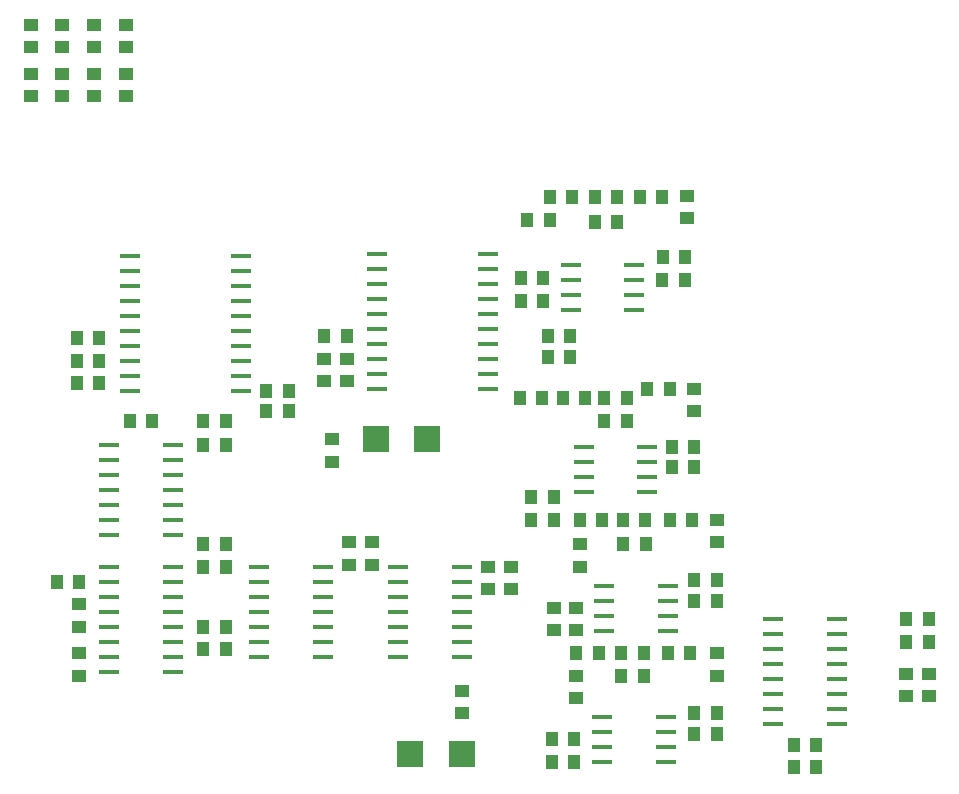
<source format=gbr>
G04 DipTrace 3.3.1.3*
G04 TopPaste.gbr*
%MOIN*%
G04 #@! TF.FileFunction,Paste,Top*
G04 #@! TF.Part,Single*
%ADD41R,0.07086X0.015742*%
%ADD59R,0.086608X0.086608*%
%ADD61R,0.043301X0.051175*%
%ADD63R,0.051175X0.043301*%
%FSLAX26Y26*%
G04*
G70*
G90*
G75*
G01*
G04 TopPaste*
%LPD*%
D63*
X1176462Y1457507D3*
Y1532310D3*
D61*
X1663962Y2226258D3*
X1589159D3*
X1663962Y2307507D3*
X1589159D3*
D63*
X2538962Y1745008D3*
Y1819812D3*
X2613962Y1745008D3*
Y1819812D3*
D61*
X1663962Y1820008D3*
X1589159D3*
X1663962Y1895008D3*
X1589159D3*
D63*
X2076462Y1826258D3*
Y1901061D3*
X2151462Y1826258D3*
Y1901061D3*
X1176462Y1620008D3*
Y1694812D3*
X2451462Y1407507D3*
Y1332704D3*
X2020213Y2170008D3*
Y2244812D3*
D61*
X1167752Y2432508D3*
X1242556D3*
X1167752Y2507508D3*
X1242556D3*
X1874002Y2407508D3*
X1799199D3*
X1874002Y2338756D3*
X1799199D3*
D63*
X2067752Y2438758D3*
Y2513561D3*
X1992752Y2438758D3*
Y2513561D3*
D61*
X2649003Y2707508D3*
X2723806D3*
X2649003Y2782508D3*
X2723806D3*
X2970263Y2970008D3*
X2895460D3*
X3195263Y2776258D3*
X3120460D3*
X3196995Y2851258D3*
X3122192D3*
X2738964Y2588758D3*
X2813767D3*
X2738964Y2520008D3*
X2813767D3*
D63*
X3201512Y2982508D3*
Y3057312D3*
D61*
X3001512Y2307507D3*
X2926709D3*
X3226512Y2151258D3*
X3151709D3*
X3226512Y2220008D3*
X3151709D3*
X2757763Y2051258D3*
X2682960D3*
X2757763Y1976258D3*
X2682960D3*
D63*
X3226512Y2338758D3*
Y2413561D3*
D61*
X3063914Y1895008D3*
X2989111D3*
X3301512Y1707508D3*
X3226709D3*
X3301512Y1776258D3*
X3226709D3*
D63*
X2832713Y1682507D3*
Y1607704D3*
X2757713Y1682507D3*
Y1607704D3*
X3301512Y1901258D3*
Y1976061D3*
D61*
X3057763Y1457508D3*
X2982960D3*
X3301512Y1263758D3*
X3226709D3*
X3301512Y1332508D3*
X3226709D3*
X2751512Y1245008D3*
X2826315D3*
X2751512Y1170008D3*
X2826315D3*
D63*
X3301512Y1457508D3*
Y1532312D3*
D61*
X3557713Y1226258D3*
X3632516D3*
X3557713Y1151258D3*
X3632516D3*
D59*
X2451464Y1195007D3*
X2278235D3*
X2163962Y2245008D3*
X2337191D3*
D63*
X1226463Y3388758D3*
Y3463561D3*
X1332713Y3463758D3*
Y3388955D3*
D61*
X4007713Y1645008D3*
X3932910D3*
X4007713Y1570008D3*
X3932910D3*
D63*
X1013963Y3463561D3*
Y3388758D3*
X1120213D3*
Y3463561D3*
D61*
X1663962Y1620007D3*
X1589159D3*
X1663962Y1545008D3*
X1589159D3*
X1176464Y1770007D3*
X1101661D3*
X1420212Y2307507D3*
X1345409D3*
D63*
X1013963Y3551258D3*
Y3626061D3*
X1120213Y3551258D3*
Y3626061D3*
X1226463Y3551258D3*
Y3626061D3*
X1332713Y3551258D3*
Y3626061D3*
X3932713Y1388758D3*
Y1463561D3*
X4007713Y1463758D3*
Y1388955D3*
D61*
X1167752Y2582507D3*
X1242556D3*
X1992752Y2588758D3*
X2067556D3*
X2745263Y3051258D3*
X2820066D3*
X2895361D3*
X2970165D3*
X2670263Y2976258D3*
X2745066D3*
X3045263Y3051258D3*
X3120066D3*
X2789014Y2382507D3*
X2863817D3*
X2926512D3*
X3001315D3*
X3070263Y2413758D3*
X3145066D3*
X2645262Y2382507D3*
X2720065D3*
X2845262Y1976258D3*
X2920065D3*
X2989012D3*
X3063815D3*
D63*
X2845212Y1820008D3*
Y1894812D3*
D61*
X3145262Y1976258D3*
X3220065D3*
X2832763Y1532508D3*
X2907566D3*
X2982763D3*
X3057566D3*
X3139012D3*
X3213815D3*
D63*
X2832763Y1382508D3*
Y1457312D3*
D41*
X1276414Y1820007D3*
Y1770007D3*
Y1720007D3*
Y1670007D3*
Y1620007D3*
Y1570007D3*
Y1520007D3*
Y1470007D3*
X1489012D3*
Y1520007D3*
Y1570007D3*
Y1620007D3*
Y1670007D3*
Y1720007D3*
Y1770007D3*
Y1820007D3*
X1276462Y2226256D3*
Y2176256D3*
Y2126256D3*
Y2076256D3*
Y2026256D3*
Y1976256D3*
Y1926256D3*
X1489061D3*
Y1976256D3*
Y2026256D3*
Y2076256D3*
Y2126256D3*
Y2176256D3*
Y2226256D3*
X2238962Y1820007D3*
Y1770007D3*
Y1720007D3*
Y1670007D3*
Y1620007D3*
Y1570007D3*
Y1520007D3*
X2451561D3*
Y1570007D3*
Y1620007D3*
Y1670007D3*
Y1720007D3*
Y1770007D3*
Y1820007D3*
X2813964Y2826258D3*
Y2776258D3*
Y2726258D3*
Y2676258D3*
X3026562D3*
Y2726258D3*
Y2776258D3*
Y2826258D3*
X1776462Y1820007D3*
Y1770007D3*
Y1720007D3*
Y1670007D3*
Y1620007D3*
Y1570007D3*
Y1520007D3*
X1989061D3*
Y1570007D3*
Y1620007D3*
Y1670007D3*
Y1720007D3*
Y1770007D3*
Y1820007D3*
X2857713Y2220008D3*
Y2170008D3*
Y2120008D3*
Y2070008D3*
X3070312D3*
Y2120008D3*
Y2170008D3*
Y2220008D3*
X1345213Y2857507D3*
Y2807507D3*
Y2757507D3*
Y2707507D3*
Y2657507D3*
Y2607507D3*
Y2557507D3*
Y2507507D3*
Y2457507D3*
Y2407507D3*
X1715292D3*
Y2457507D3*
Y2507507D3*
Y2557507D3*
Y2607507D3*
Y2657507D3*
Y2707507D3*
Y2757507D3*
Y2807507D3*
Y2857507D3*
X2170213Y2863758D3*
Y2813758D3*
Y2763758D3*
Y2713758D3*
Y2663758D3*
Y2613758D3*
Y2563758D3*
Y2513758D3*
Y2463758D3*
Y2413758D3*
X2540292D3*
Y2463758D3*
Y2513758D3*
Y2563758D3*
Y2613758D3*
Y2663758D3*
Y2713758D3*
Y2763758D3*
Y2813758D3*
Y2863758D3*
X2926464Y1757508D3*
Y1707508D3*
Y1657508D3*
Y1607508D3*
X3139062D3*
Y1657508D3*
Y1707508D3*
Y1757508D3*
X2920213Y1320008D3*
Y1270008D3*
Y1220008D3*
Y1170008D3*
X3132812D3*
Y1220008D3*
Y1270008D3*
Y1320008D3*
X3488964Y1645007D3*
Y1595007D3*
Y1545007D3*
Y1495007D3*
Y1445007D3*
Y1395007D3*
Y1345007D3*
Y1295007D3*
X3701562D3*
Y1345007D3*
Y1395007D3*
Y1445007D3*
Y1495007D3*
Y1545007D3*
Y1595007D3*
Y1645007D3*
M02*

</source>
